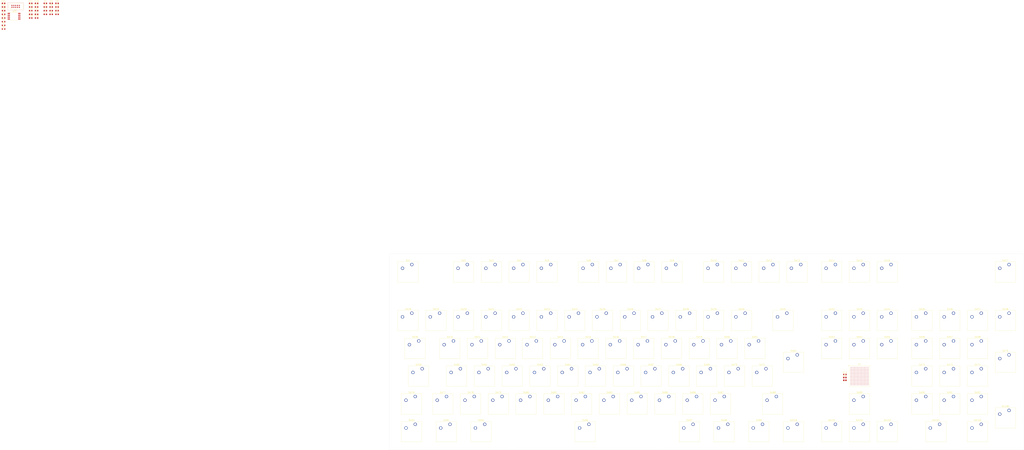
<source format=kicad_pcb>
(kicad_pcb (version 20241229) (generator "pcbnew") (generator_version "9.0")
  (layers (0 "F.Cu" signal) (4 "In1.Cu" signal) (6 "In2.Cu" signal) (2 "B.Cu" signal) (13 "F.Paste" user) (15 "B.Paste" user) (5 "F.SilkS" user "F.Silkscreen") (7 "B.SilkS" user "B.Silkscreen") (1 "F.Mask" user) (3 "B.Mask" user) (25 "Edge.Cuts" user))
  (net 0 "")
  (net 1 "+3V3")
  (net 2 "GND")
  (net 3 "+1V1")
  (net 4 "+2V5")
  (net 5 "/FPGA/FPGA config/FPGA_TMS")
  (net 6 "/FPGA/FPGA config/FPGA_TDI")
  (net 7 "/FPGA/FPGA config/FPGA_TDO")
  (net 11 "/FPGA/FPGA config/FPGA_TCK")
  (net 13 "/FPGA/FPGA config/Flash_~{CS}")
  (net 14 "/FPGA/K.Esc")
  (net 15 "/FPGA/K.F1")
  (net 16 "/FPGA/K.F2")
  (net 17 "/FPGA/K.F3")
  (net 18 "/FPGA/K.F4")
  (net 19 "/FPGA/K.F5")
  (net 20 "/FPGA/K.F6")
  (net 21 "/FPGA/K.F7")
  (net 22 "/FPGA/K.F8")
  (net 23 "/FPGA/K.F9")
  (net 24 "/FPGA/K.F10")
  (net 25 "/FPGA/K.F11")
  (net 26 "/FPGA/K.F12")
  (net 27 "/Keys/K.Print")
  (net 28 "/Keys/K.SLock")
  (net 29 "/FPGA/K.Pause")
  (net 30 "/FPGA/K.Lock")
  (net 31 "/Keys/K.Circ")
  (net 32 "/Keys/K._1")
  (net 33 "/Keys/K._2")
  (net 34 "/Keys/K._3")
  (net 35 "/Keys/K._4")
  (net 36 "/Keys/K._5")
  (net 37 "/Keys/K._6")
  (net 38 "/Keys/K._7")
  (net 39 "/Keys/K._8")
  (net 40 "/Keys/K._9")
  (net 41 "/Keys/K._0")
  (net 42 "/Keys/K.Acute")
  (net 43 "/Keys/K.Bksp")
  (net 44 "/Keys/K.Eszett")
  (net 45 "/Keys/K.Insert")
  (net 46 "/Keys/K.Home")
  (net 47 "/Keys/K.PgUp")
  (net 48 "/Keys/K.Tab")
  (net 49 "/Keys/K.Q")
  (net 50 "/Keys/K.W")
  (net 51 "/Keys/K.E")
  (net 52 "/Keys/K.R")
  (net 53 "/Keys/K.T")
  (net 54 "/Keys/K.Z")
  (net 55 "/Keys/K.U")
  (net 56 "/Keys/K.I")
  (net 57 "/Keys/K.O")
  (net 58 "/Keys/K.P")
  (net 59 "/Keys/K.UE")
  (net 60 "/Keys/K.Plus")
  (net 61 "/Keys/Kp.NLock")
  (net 62 "/Keys/K.Delete")
  (net 63 "/Keys/K.End")
  (net 64 "/Keys/K.PgDn")
  (net 65 "/Keys/Kp.Slash")
  (net 66 "/Keys/Kp.Star")
  (net 67 "/Keys/Kp.Minus")
  (net 68 "/Keys/Kp._7")
  (net 69 "/Keys/Kp._8")
  (net 70 "/Keys/Kp._9")
  (net 71 "/Keys/Kp._1")
  (net 72 "/Keys/Kp._4")
  (net 73 "/Keys/Kp._5")
  (net 74 "/Keys/Kp._6")
  (net 75 "/Keys/Kp.Plus")
  (net 76 "/Keys/Kp._2")
  (net 77 "/Keys/Kp._3")
  (net 78 "/Keys/Kp._0")
  (net 79 "/Keys/K.Comp")
  (net 80 "/Keys/Kp.Dot")
  (net 81 "/Keys/Kp.Rtrn")
  (net 82 "/Keys/K.A")
  (net 83 "/Keys/K.S")
  (net 84 "/Keys/K.D")
  (net 85 "/Keys/K.F")
  (net 86 "/Keys/K.G")
  (net 87 "/Keys/K.H")
  (net 88 "/Keys/K.J")
  (net 89 "/Keys/K.K")
  (net 90 "/Keys/K.L")
  (net 91 "/Keys/K.OE")
  (net 92 "/Keys/K.AE")
  (net 93 "/Keys/K.Hash")
  (net 94 "/Keys/K.LShift")
  (net 95 "/Keys/K.Y")
  (net 96 "/Keys/K.X")
  (net 97 "/Keys/K.C")
  (net 98 "/Keys/K.B")
  (net 99 "/Keys/K.N")
  (net 100 "/Keys/K.M")
  (net 101 "/Keys/K.Comma")
  (net 102 "/Keys/K.Dot")
  (net 103 "/Keys/K.Minus")
  (net 104 "/Keys/K.RShift")
  (net 105 "/Keys/K.Up")
  (net 106 "/Keys/K.Left")
  (net 107 "/Keys/K.Down")
  (net 108 "/Keys/K.Right")
  (net 109 "/Keys/K.LCtrl")
  (net 110 "/Keys/K.LMeta")
  (net 111 "/Keys/K.Alt")
  (net 112 "/Keys/K.Space")
  (net 113 "/Keys/K.AltGr")
  (net 114 "/Keys/K.RMeta")
  (net 115 "/Keys/K.Menu")
  (net 116 "/Keys/K.RCtrl")
  (net 117 "/Keys/K.Rtrn")
  (net 118 "/FPGA/FPGA config/Flash_CLK")
  (net 119 "/FPGA/FPGA config/Flash_IO1")
  (net 120 "/FPGA/FPGA config/Flash_IO2")
  (net 121 "/FPGA/FPGA config/Flash_IO0")
  (net 122 "/FPGA/FPGA config/Flash_IO3")
  (net 123 "/Keys/K.Lt")
  (net 124 "/Keys/K.V")
  (net 135 "/FPGA/FPGA config/FPGA_~{Reset}")
  (net 305 "/FPGA/CLK_48MHz")
  (footprint "Button_Switch_Keyboard:SW_Cherry_MX_1.00u_PCB" (layer "F.Cu") (at 323.29 167.545)
    (property "Reference" "SW30")
    (property "Value" "Akut")
  )
  (footprint "Button_Switch_Keyboard:SW_Cherry_MX_2.00u_PCB" (layer "F.Cu") (at 456.29 243.545)
    (property "Reference" "SW104")
    (property "Value" "0")
  )
  (footprint "Capacitor_SMD:C_0603_1608Metric" (layer "F.Cu") (at -165.37 -41.87)
    (property "Reference" "C15")
    (property "Value" "1µF")
  )
  (footprint "Capacitor_SMD:C_0603_1608Metric" (layer "F.Cu") (at -183.93 -39.36)
    (property "Reference" "C26")
    (property "Value" "1µF")
  )
  (footprint "Button_Switch_Keyboard:SW_Cherry_MX_1.00u_PCB" (layer "F.Cu") (at 404.04 186.545)
    (property "Reference" "SW54")
    (property "Value" "Ende")
  )
  (footprint "Button_Switch_Keyboard:SW_Cherry_MX_1.25u_PCB" (layer "F.Cu") (at 145.165 243.545)
    (property "Reference" "SW95")
    (property "Value" "Alt")
  )
  (footprint "Button_Switch_Keyboard:SW_Cherry_MX_1.00u_PCB" (layer "F.Cu") (at 266.29 167.545)
    (property "Reference" "SW27")
    (property "Value" "9")
  )
  (footprint "Button_Switch_Keyboard:SW_Cherry_MX_1.00u_PCB" (layer "F.Cu") (at 261.54 205.545)
    (property "Reference" "SW67")
    (property "Value" "K")
  )
  (footprint "Button_Switch_Keyboard:SW_Cherry_MX_1.00u_PCB" (layer "F.Cu") (at 204.54 205.545)
    (property "Reference" "SW64")
    (property "Value" "G")
  )
  (footprint "Button_Switch_Keyboard:SW_Cherry_MX_1.00u_PCB" (layer "F.Cu") (at 157.04 224.545)
    (property "Reference" "SW79")
    (property "Value" "X")
  )
  (footprint "Button_Switch_Keyboard:SW_Cherry_MX_1.00u_PCB" (layer "F.Cu") (at 95.29 134.295)
    (property "Reference" "SW1")
    (property "Value" "Esc")
  )
  (footprint "Button_Switch_Keyboard:SW_Cherry_MX_1.00u_PCB" (layer "F.Cu") (at 446.79 167.545)
    (property "Reference" "SW35")
    (property "Value" "NumLock")
  )
  (footprint "Button_Switch_Keyboard:SW_Cherry_MX_1.00u_PCB" (layer "F.Cu") (at 275.46 186.545)
    (property "Reference" "SW48")
    (property "Value" "O")
  )
  (footprint "Button_Switch_Keyboard:SW_Cherry_MX_1.00u_PCB" (layer "F.Cu") (at 119.04 224.545)
    (property "Reference" "SW77")
    (property "Value" "<")
  )
  (footprint "Capacitor_SMD:C_0603_1608Metric" (layer "F.Cu") (at -161.36 -44.38)
    (property "Reference" "C19")
    (property "Value" "1µF")
  )
  (footprint "Button_Switch_Keyboard:SW_Cherry_MX_1.00u_PCB" (layer "F.Cu") (at 95.29 167.545)
    (property "Reference" "SW18")
    (property "Value" "Zirkumflex")
  )
  (footprint "Button_Switch_Keyboard:SW_Cherry_MX_1.00u_PCB" (layer "F.Cu") (at 185.54 205.545)
    (property "Reference" "SW63")
    (property "Value" "F")
  )
  (footprint "Button_Switch_Keyboard:SW_Cherry_MX_1.00u_PCB" (layer "F.Cu") (at 195.04 224.545)
    (property "Reference" "SW81")
    (property "Value" "V")
  )
  (footprint "Capacitor_SMD:C_0603_1608Metric" (layer "F.Cu") (at -147.33 -39.36)
    (property "Reference" "C11")
    (property "Value" "1µF")
  )
  (footprint "Button_Switch_Keyboard:SW_Cherry_MX_1.50u_PCB" (layer "F.Cu") (at 100.04 186.545)
    (property "Reference" "SW39")
    (property "Value" "Tab")
  )
  (footprint "Button_Switch_Keyboard:SW_Cherry_MX_1.00u_PCB" (layer "F.Cu") (at 423.04 243.545)
    (property "Reference" "SW103")
    (property "Value" "→")
  )
  (footprint "Button_Switch_Keyboard:SW_Cherry_MX_1.00u_PCB" (layer "F.Cu") (at 361.29 134.295)
    (property "Reference" "SW13")
    (property "Value" "F12")
  )
  (footprint "Capacitor_SMD:C_0603_1608Metric" (layer "F.Cu") (at -183.93 -41.87)
    (property "Reference" "C25")
    (property "Value" "1µF")
  )
  (footprint "Button_Switch_Keyboard:SW_Cherry_MX_1.00u_PCB" (layer "F.Cu") (at 218.79 134.295)
    (property "Reference" "SW6")
    (property "Value" "F5")
  )
  (footprint "Button_Switch_Keyboard:SW_Cherry_MX_1.00u_PCB" (layer "F.Cu") (at 161.79 186.545)
    (property "Reference" "SW42")
    (property "Value" "E")
  )
  (footprint "Button_Switch_Keyboard:SW_Cherry_MX_1.00u_PCB" (layer "F.Cu") (at 332.46 186.545)
    (property "Reference" "SW51")
    (property "Value" "Plus")
  )
  (footprint "Button_Switch_Keyboard:SW_Cherry_MX_1.00u_PCB" (layer "F.Cu") (at 133.29 134.295)
    (property "Reference" "SW2")
    (property "Value" "F1")
  )
  (footprint "Capacitor_SMD:C_0603_1608Metric" (layer "F.Cu") (at -161.36 -36.85)
    (property "Reference" "C22")
    (property "Value" "1µF")
  )
  (footprint "Button_Switch_Keyboard:SW_Cherry_MX_1.00u_PCB" (layer "F.Cu") (at 318.54 205.545)
    (property "Reference" "SW70")
    (property "Value" "Ä")
  )
  (footprint "Button_Switch_Keyboard:SW_Cherry_MX_1.00u_PCB" (layer "F.Cu") (at 171.29 167.545)
    (property "Reference" "SW22")
    (property "Value" "4")
  )
  (footprint "Button_Switch_Keyboard:SW_Cherry_MX_1.00u_PCB" (layer "F.Cu") (at 252.04 224.545)
    (property "Reference" "SW84")
    (property "Value" "M")
  )
  (footprint "Button_Switch_Keyboard:SW_Cherry_MX_1.00u_PCB" (layer "F.Cu") (at 342.29 134.295)
    (property "Reference" "SW12")
    (property "Value" "F11")
  )
  (footprint "Capacitor_SMD:C_0603_1608Metric" (layer "F.Cu") (at -147.33 -36.85)
    (property "Reference" "C12")
    (property "Value" "100nF")
  )
  (footprint "Connector:Tag-Connect_TC2050-IDC-NL_2x05_P1.27mm_Vertical_with_bottom_clip" (layer "F.Cu") (at -175.65 -42.32)
    (property "Reference" "J1")
    (property "Value" "TC2050")
  )
  (footprint "Button_Switch_Keyboard:SW_Cherry_MX_1.25u_PCB" (layer "F.Cu") (at 121.415 243.545)
    (property "Reference" "SW94")
    (property "Value" "Meta")
  )
  (footprint "Button_Switch_Keyboard:SW_Cherry_MX_1.00u_PCB" (layer "F.Cu") (at 275.79 134.295)
    (property "Reference" "SW9")
    (property "Value" "F8")
  )
  (footprint "Resistor_SMD:R_0603_1608Metric" (layer "F.Cu") (at -183.93 -34.34)
    (property "Reference" "R2")
    (property "Value" "10k")
  )
  (footprint "Button_Switch_Keyboard:SW_Cherry_MX_1.00u_PCB" (layer "F.Cu") (at 304.29 167.545)
    (property "Reference" "SW29")
    (property "Value" "Eszett")
  )
  (footprint "Package_BGA:BGA-256_14.0x14.0mm_Layout16x16_P0.8mm_Ball0.45mm_Pad0.32mm_NSMD" (layer "F.Cu") (at 401.5 210.625)
    (property "Reference" "U1")
    (property "Value" "LFE5U-25F-6BG256x")
  )
  (footprint "Button_Switch_Keyboard:SW_Cherry_MX_1.00u_PCB" (layer "F.Cu") (at 294.46 186.545)
    (property "Reference" "SW49")
    (property "Value" "P")
  )
  (footprint "Button_Switch_Keyboard:SW_Cherry_MX_1.00u_PCB" (layer "F.Cu") (at 423.04 186.545)
    (property "Reference" "SW55")
    (property "Value" "Bild↓")
  )
  (footprint "Capacitor_SMD:C_0603_1608Metric" (layer "F.Cu") (at -155.35 -44.38)
    (property "Reference" "C1")
    (property "Value" "1µF")
  )
  (footprint "Button_Switch_Keyboard:SW_Cherry_MX_1.00u_PCB" (layer "F.Cu") (at 404.04 167.545)
    (property "Reference" "SW33")
    (property "Value" "Pos1")
  )
  (footprint "Button_Switch_Keyboard:SW_Cherry_MX_1.00u_PCB" (layer "F.Cu") (at 503.79 134.295)
    (property "Reference" "SW17")
    (property "Value" "Sperren")
  )
  (footprint "Button_Switch_Keyboard:SW_Cherry_MX_1.00u_PCB" (layer "F.Cu") (at 228.29 167.545)
    (property "Reference" "SW25")
    (property "Value" "7")
  )
  (footprint "Button_Switch_Keyboard:SW_Cherry_MX_1.00u_PCB" (layer "F.Cu") (at 484.79 205.545)
    (property "Reference" "SW74")
    (property "Value" "6")
  )
  (footprint "Button_Switch_Keyboard:SW_Cherry_MX_1.00u_PCB" (layer "F.Cu") (at 152.29 167.545)
    (property "Reference" "SW21")
    (property "Value" "3")
  )
  (footprint "Capacitor_SMD:C_0603_1608Metric" (layer "F.Cu") (at -165.37 -39.36)
    (property "Reference" "C16")
    (property "Value" "100nF")
  )
  (footprint "Button_Switch_Keyboard:SW_Cherry_MX_1.00u_PCB" (layer "F.Cu") (at 309.04 224.545)
    (property "Reference" "SW87")
    (property "Value" "Minus")
  )
  (footprint "Button_Switch_Keyboard:SW_Cherry_MX_1.00u_PCB" (layer "F.Cu") (at 142.79 186.545)
    (property "Reference" "SW41")
    (property "Value" "W")
  )
  (footprint "Button_Switch_Keyboard:SW_Cherry_MX_1.00u_PCB" (layer "F.Cu") (at 147.54 205.545)
    (property "Reference" "SW61")
    (property "Value" "S")
  )
  (footprint "Button_Switch_Keyboard:SW_Cherry_MX_1.00u_PCB" (layer "F.Cu") (at 256.46 186.545)
    (property "Reference" "SW47")
    (property "Value" "I")
  )
  (footprint "Button_Switch_Keyboard:SW_Cherry_MX_1.00u_PCB" (layer "F.Cu") (at 465.79 167.545)
    (property "Reference" "SW36")
    (property "Value" "Schrägstrich")
  )
  (footprint "Capacitor_SMD:C_0603_1608Metric" (layer "F.Cu") (at -155.35 -36.85)
    (property "Reference" "C4")
    (property "Value" "100nF")
  )
  (footprint "Button_Switch_Keyboard:SW_Cherry_MX_1.00u_PCB" (layer "F.Cu") (at 484.79 167.545)
    (property "Reference" "SW37")
    (property "Value" "Sternchen")
  )
  (footprint "Button_Switch_Keyboard:SW_Cherry_MX_1.00u_PCB" (layer "F.Cu") (at 271.04 224.545)
    (property "Reference" "SW85")
    (property "Value" "Komma")
  )
  (footprint "Button_Switch_Keyboard:SW_Cherry_MX_1.00u_PCB" (layer "F.Cu") (at 180.46 186.545)
    (property "Reference" "SW43")
    (property "Value" "R")
  )
  (footprint "Button_Switch_Keyboard:SW_Cherry_MX_1.00u_PCB" (layer "F.Cu") (at 123.79 186.545)
    (property "Reference" "SW40")
    (property "Value" "Q")
  )
  (footprint "Button_Switch_Keyboard:SW_Cherry_MX_1.00u_PCB" (layer "F.Cu") (at 323.29 134.295)
    (property "Reference" "SW11")
    (property "Value" "F10")
  )
  (footprint "Button_Switch_Keyboard:SW_Cherry_MX_2.00u_Vertical_PCB" (layer "F.Cu") (at 503.79 234.045)
    (property "Reference" "SW106")
    (property "Value" "Eingabe")
  )
  (footprint "Button_Switch_Keyboard:SW_Cherry_MX_1.00u_PCB" (layer "F.Cu") (at 484.79 243.545)
    (property "Reference" "SW105")
    (property "Value" "Komma")
  )
  (footprint "Button_Switch_Keyboard:SW_Cherry_MX_1.00u_PCB" (layer "F.Cu") (at 404.04 134.295)
    (property "Reference" "SW15")
    (property "Value" "Rollen")
  )
  (footprint "Button_Switch_Keyboard:SW_Cherry_MX_ISOEnter_PCB" (layer "F.Cu") (at 358.915 196.045)
    (property "Reference" "SW52")
    (property "Value" "Eingabe")
  )
  (footprint "Button_Switch_Keyboard:SW_Cherry_MX_1.25u_PCB" (layer "F.Cu") (at 358.915 243.545)
    (property "Reference" "SW100")
    (property "Value" "Steuerung")
  )
  (footprint "Capacitor_SMD:C_0603_1608Metric" (layer "F.Cu") (at -151.34 -44.38)
    (property "Reference" "C5")
    (property "Value" "1µF")
  )
  (footprint "Button_Switch_Keyboard:SW_Cherry_MX_1.00u_PCB" (layer "F.Cu") (at 465.79 205.545)
    (property "Reference" "SW73")
    (property "Value" "5")
  )
  (footprint "Capacitor_SMD:C_0603_1608Metric" (layer "F.Cu") (at -161.36 -39.36)
    (property "Reference" "C21")
    (property "Value" "100nF")
  )
  (footprint "Button_Switch_Keyboard:SW_Cherry_MX_1.00u_PCB" (layer "F.Cu") (at 176.04 224.545)
    (property "Reference" "SW80")
    (property "Value" "C")
  )
  (footprint "Button_Switch_Keyboard:SW_Cherry_MX_2.75u_PCB" (layer "F.Cu") (at 344.665 224.545)
    (property "Reference" "SW88")
    (property "Value" "Umschalt")
  )
  (footprint "Button_Switch_Keyboard:SW_Cherry_MX_1.00u_PCB" (layer "F.Cu") (at 465.79 224.545)
    (property "Reference" "SW91")
    (property "Value" "2")
  )
  (footprint "Button_Switch_Keyboard:SW_Cherry_MX_1.00u_PCB" (layer "F.Cu") (at 404.04 224.545)
    (property "Reference" "SW89")
    (property "Value" "↑")
  )
  (footprint "Button_Switch_Keyboard:SW_Cherry_MX_1.00u_PCB" (layer "F.Cu") (at 446.79 224.545)
    (property "Reference" "SW90")
    (property "Value" "1")
  )
  (footprint "Button_Switch_Keyboard:SW_Cherry_MX_1.00u_PCB" (layer "F.Cu") (at 285.29 167.545)
    (property "Reference" "SW28")
    (property "Value" "0")
  )
  (footprint "Button_Switch_Keyboard:SW_Cherry_MX_1.25u_PCB" (layer "F.Cu") (at 287.665 243.545)
    (property "Reference" "SW97")
    (property "Value" "AltGr")
  )
  (footprint "Button_Switch_Keyboard:SW_Cherry_MX_1.00u_PCB" (layer "F.Cu") (at 223.54 205.545)
    (property "Reference" "SW65")
    (property "Value" "H")
  )
  (footprint "Capacitor_SMD:C_0603_1608Metric" (layer "F.Cu") (at -183.93 -44.38)
    (property "Reference" "C24")
    (property "Value" "100nF")
  )
  (footprint "Resistor_SMD:R_0603_1608Metric" (layer "F.Cu") (at -183.93 -29.32)
    (property "Reference" "R4")
    (property "Value" "10k")
  )
  (footprint "Capacitor_SMD:C_0603_1608Metric" (layer "F.Cu") (at -155.35 -39.36)
    (property "Reference" "C3")
    (property "Value" "1µF")
  )
  (footprint "Button_Switch_Keyboard:SW_Cherry_MX_1.00u_PCB" (layer "F.Cu") (at 423.04 134.295)
    (property "Reference" "SW16")
    (property "Value" "Pause")
  )
  (footprint "Button_Switch_Keyboard:SW_Cherry_MX_1.00u_PCB" (layer "F.Cu") (at 237.79 134.295)
    (property "Reference" "SW7")
    (property "Value" "F6")
  )
  (footprint "Button_Switch_Keyboard:SW_Cherry_MX_1.00u_PCB" (layer "F.Cu") (at 190.29 167.545)
    (property "Reference" "SW23")
    (property "Value" "5")
  )
  (footprint "Button_Switch_Keyboard:SW_Cherry_MX_1.00u_PCB" (layer "F.Cu") (at 190.29 134.295)
    (property "Reference" "SW5")
    (property "Value" "F4")
  )
  (footprint "Button_Switch_Keyboard:SW_Cherry_MX_1.00u_PCB" (layer "F.Cu") (at 304.29 134.295)
    (property "Reference" "SW10")
    (property "Value" "F9")
  )
  (footprint "Button_Switch_Keyboard:SW_Cherry_MX_1.00u_PCB" (layer "F.Cu") (at 233.04 224.545)
    (property "Reference" "SW83")
    (property "Value" "N")
  )
  (footprint "Button_Switch_Keyboard:SW_Cherry_MX_1.25u_PCB" (layer "F.Cu") (at 335.165 243.545)
    (property "Reference" "SW99")
    (property "Value" "Menü")
  )
  (footprint "Capacitor_SMD:C_0603_1608Metric" (layer "F.Cu") (at -147.33 -44.38)
    (property "Reference" "C9")
    (property "Value" "1µF")
  )
  (footprint "Capacitor_SMD:C_0603_1608Metric" (layer "F.Cu") (at -165.37 -44.38)
    (property "Reference" "C14")
    (property "Value" "1µF")
  )
  (footprint "Button_Switch_Keyboard:SW_Cherry_MX_1.00u_PCB" (layer "F.Cu") (at 199.46 186.545)
    (property "Reference" "SW44")
    (property "Value" "T")
  )
  (footprint "Capacitor_SMD:C_0603_1608Metric" (layer "F.Cu") (at -151.34 -41.87)
    (property "Reference" "C6")
    (property "Value" "100nF")
  )
  (footprint "Resistor_SMD:R_0603_1608Metric" (layer "F.Cu") (at -183.93 -31.83)
    (property "Reference" "R3")
    (property "Value" "10k")
  )
  (footprint "Button_Switch_Keyboard:SW_Cherry_MX_2.00u_PCB" (layer "F.Cu") (at 351.79 167.545)
    (property "Reference" "SW31")
    (property "Value" "Rücktaste")
  )
  (footprint "Button_Switch_Keyboard:SW_Cherry_MX_1.25u_PCB" (layer "F.Cu") (at 97.665 243.545)
    (property "Reference" "SW93")
    (property "Value" "Steuerung")
  )
  (footprint "Button_Switch_Keyboard:SW_Cherry_MX_1.00u_PCB" (layer "F.Cu") (at 256.79 134.295)
    (property "Reference" "SW8")
    (property "Value" "F7")
  )
  (footprint "Button_Switch_Keyboard:SW_Cherry_MX_1.00u_PCB" (layer "F.Cu") (at 114.29 167.545)
    (property "Reference" "SW19")
    (property "Value" "1")
  )
  (footprint "Capacitor_SMD:C_0603_1608Metric" (layer "F.Cu") (at -165.37 -36.85)
    (property "Reference" "C17")
    (property "Value" "1µF")
  )
  (footprint "Button_Switch_Keyboard:SW_Cherry_MX_1.00u_PCB" (layer "F.Cu") (at 242.54 205.545)
    (property "Reference" "SW66")
    (property "Value" "J")
  )
  (footprint "Button_Switch_Keyboard:SW_Cherry_MX_1.00u_PCB" (layer "F.Cu") (at 423.04 167.545)
    (property "Reference" "SW34")
    (property "Value" "Bild↑")
  )
  (footprint "Capacitor_SMD:C_0603_1608Metric" (layer "F.Cu") (at -147.33 -41.87)
    (property "Reference" "C10")
    (property "Value" "100nF")
  )
  (footprint "Button_Switch_Keyboard:SW_Cherry_MX_1.00u_PCB" (layer "F.Cu") (at 214.04 224.545)
    (property "Reference" "SW82")
    (property "Value" "B")
  )
  (footprint "Button_Switch_Keyboard:SW_Cherry_MX_1.00u_PCB" (layer "F.Cu") (at 218.46 186.545)
    (property "Reference" "SW45")
    (property "Value" "Z")
  )
  (footprint "Button_Switch_Keyboard:SW_Cherry_MX_1.00u_PCB" (layer "F.Cu") (at 337.54 205.545)
    (property "Reference" "SW71")
    (property "Value" "Raute")
  )
  (footprint "Button_Switch_Keyboard:SW_Cherry_MX_1.00u_PCB" (layer "F.Cu") (at 484.79 224.545)
    (property "Reference" "SW92")
    (property "Value" "3")
  )
  (footprint "Button_Switch_Keyboard:SW_Cherry_MX_1.00u_PCB" (layer "F.Cu") (at 465.79 186.545)
    (property "Reference" "SW57")
    (property "Value" "8")
  )
  (footprint "Button_Switch_Keyboard:SW_Cherry_MX_1.00u_PCB" (layer "F.Cu") (at 166.54 205.545)
    (property "Reference" "SW62")
    (property "Value" "D")
  )
  (footprint "Button_Switch_Keyboard:SW_Cherry_MX_1.00u_PCB" (layer "F.Cu") (at 171.29 134.295)
    (property "Reference" "SW4")
    (property "Value" "F3")
  )
  (footprint "Capacitor_SMD:C_0603_1608Metric" (layer "F.Cu") (at -151.34 -39.36)
    (property "Reference" "C7")
    (property "Value" "1µF")
  )
  (footprint "Button_Switch_Keyboard:SW_Cherry_MX_1.00u_PCB" (layer "F.Cu") (at 503.79 167.545)
    (property "Reference" "SW38")
    (property "Value" "Minus")
  )
  (footprint "Button_Switch_Keyboard:SW_Cherry_MX_1.00u_PCB" (layer "F.Cu") (at 128.54 205.545)
    (property "Reference" "SW60")
    (property "Value" "A")
  )
  (footprint "Button_Switch_Keyboard:SW_Cherry_MX_1.25u_PCB" (layer "F.Cu") (at 97.665 224.545)
    (property "Reference" "SW76")
    (property "Value" "Umschalt")
  )
  (footprint "Capacitor_SMD:C_0603_1608Metric" (layer "F.Cu") (at -165.37 -34.34)
    (property "Reference" "C18")
    (property "Value" "100nF")
  )
  (footprint "Button_Switch_Keyboard:SW_Cherry_MX_1.00u_PCB" (layer "F.Cu") (at 404.04 243.545)
    (property "Reference" "SW102")
    (property "Value" "↓")
  )
  (footprint "Oscillator:Oscillator_SMD_Kyocera_KC2520Z-4Pin_2.5x2.0mm" (layer "F.Cu") (at 391.5 212.5)
    (property "Reference" "Y1")
    (property "Value" "KC2520Z")
  )
  (footprint "Button_Switch_Keyboard:SW_Cherry_MX_1.00u_PCB" (layer "F.Cu") (at 484.79 186.545)
    (property "Reference" "SW58")
    (property "Value" "9")
  )
  (footprint "Button_Switch_Keyboard:SW_Cherry_MX_1.00u_PCB" (layer "F.Cu") (at 247.29 167.545)
    (property "Reference" "SW26")
    (property "Value" "8")
  )
  (footprint "Button_Switch_Keyboard:SW_Cherry_MX_1.00u_PCB" (layer "F.Cu") (at 152.29 134.295)
    (property "Reference" "SW3")
    (property "Value" "F2")
  )
  (footprint "Button_Switch_Keyboard:SW_Cherry_MX_6.25u_PCB" (layer "F.Cu") (at 216.415 243.545)
    (property "Reference" "SW96")
    (property "Value" "Leertaste")
  )
  (footprint "Button_Switch_Keyboard:SW_Cherry_MX_1.00u_PCB" (layer "F.Cu") (at 313.46 186.545)
    (property "Reference" "SW50")
    (property "Value" "Ü")
  )
  (footprint "Button_Switch_Keyboard:SW_Cherry_MX_1.00u_PCB" (layer "F.Cu") (at 133.29 167.545)
    (property "Reference" "SW20")
    (property "Value" "2")
  )
  (footprint "Capacitor_SMD:C_0603_1608Metric" (layer "F.Cu") (at -151.34 -36.85)
    (property "Reference" "C8")
    (property "Value" "100nF")
  )
  (footprint "Capacitor_SMD:C_0603_1608Metric" (layer "F.Cu") (at -161.36 -34.34)
    (property "Reference" "C23")
    (property "Value" "100nF")
  )
  (footprint "Button_Switch_Keyboard:SW_Cherry_MX_1.00u_PCB" (layer "F.Cu") (at 237.46 186.545)
    (property "Reference" "SW46")
    (property "Value" "U")
  )
  (footprint "Capacitor_SMD:C_0603_1608Metric" (layer "F.Cu") (at 391.5 209.5)
    (property "Reference" "C13")
    (property "Value" "1µF")
  )
  (footprint "Resistor_SMD:R_0603_1608Metric" (layer "F.Cu") (at -183.93 -36.85)
    (property "Reference" "R1")
    (property "Value" "10k")
  )
  (footprint "Button_Switch_Keyboard:SW_Cherry_MX_1.00u_PCB" (layer "F.Cu") (at 385.04 167.545)
    (property "Reference" "SW32")
    (property "Value" "Einfügen")
  )
  (footprint "Button_Switch_Keyboard:SW_Cherry_MX_1.00u_PCB" (layer "F.Cu") (at 385.04 186.545)
    (property "Reference" "SW53")
    (property "Value" "Entfernen")
  )
  (footprint "Button_Switch_Keyboard:SW_Cherry_MX_1.00u_PCB" (layer "F.Cu") (at 385.04 243.545)
    (property "Reference" "SW101")
    (property "Value" "←")
  )
  (footprint "Button_Switch_Keyboard:SW_Cherry_MX_1.00u_PCB" (layer "F.Cu") (at 209.29 167.545)
    (property "Reference" "SW24")
    (property "Value" "6")
  )
  (footprint "Capacitor_SMD:C_0603_1608Metric" (layer "F.Cu") (at -161.36 -41.87)
    (property "Reference" "C20")
    (property "Value" "1µF")
  )
  (footprint "Button_Switch_Keyboard:SW_Cherry_MX_1.00u_PCB" (layer "F.Cu") (at 280.54 205.545)
    (property "Reference" "SW68")
    (property "Value" "L")
  )
  (footprint "Button_Switch_Keyboard:SW_Cherry_MX_1.25u_PCB" (layer "F.Cu") (at 311.415 243.545)
    (property "Reference" "SW98")
    (property "Value" "Meta")
  )
  (footprint "Button_Switch_Keyboard:SW_Cherry_MX_1.00u_PCB" (layer "F.Cu") (at 290.04 224.545)
    (property "Reference" "SW86")
    (property "Value" "Punkt")
  )
  (footprint "Capacitor_SMD:C_0603_1608Metric" (layer "F.Cu") (at -155.35 -41.87)
    (property "Reference" "C2")
    (property "Value" "100nF")
  )
  (footprint "Button_Switch_Keyboard:SW_Cherry_MX_1.00u_PCB" (layer "F.Cu") (at 446.79 186.545)
    (property "Reference" "SW56")
    (property "Value" "7")
  )
  (footprint "Resistor_SMD:R_0603_1608Metric" (layer "F.Cu") (at -183.93 -26.81)
    (property "Reference" "R5")
    (property "Value" "1k")
  )
  (footprint "Button_Switch_Keyboard:SW_Cherry_MX_2.00u_Vertical_PCB" (layer "F.Cu") (at 503.79 196.045)
    (property "Reference" "SW75")
    (property "Value" "Plus")
  )
  (footprint "Button_Switch_Keyboard:SW_Cherry_MX_1.75u_PCB" (layer "F.Cu") (at 102.415 205.545)
    (property "Reference" "SW59")
    (property "Value" "Compose")
  )
  (footprint "Package_SO:SOIC-8_5.3x5.3mm_P1.27mm" (layer "F.Cu") (at -176.75 -35.58)
    (property "Reference" "U2")
    (property "Value" "W25Q128JVS")
  )
  (footprint "Button_Switch_Keyboard:SW_Cherry_MX_1.00u_PCB" (layer "F.Cu") (at 138.04 224.545)
    (property "Reference" "SW78")
    (property "Value" "Y")
  )
  (footprint "Button_Switch_Keyboard:SW_Cherry_MX_1.00u_PCB" (layer "F.Cu") (at 385.04 134.295)
    (property "Reference" "SW14")
    (property "Value" "Druck")
  )
  (footprint "Button_Switch_Keyboard:SW_Cherry_MX_1.00u_PCB" (layer "F.Cu") (at 299.54 205.545)
    (property "Reference" "SW69")
    (property "Value" "Ö")
  )
  (footprint "Button_Switch_Keyboard:SW_Cherry_MX_1.00u_PCB" (layer "F.Cu") (at 446.79 205.545)
    (property "Reference" "SW72")
    (property "Value" "4")
  )
  (gr_line (start 514 127) (end 514 261) (stroke (width 0.05)) (layer "Edge.Cuts"))
  (gr_line (start 514 261) (end 80 261) (stroke (width 0.05)) (layer "Edge.Cuts"))
  (gr_line (start 80 261) (end 80 127) (stroke (width 0.05)) (layer "Edge.Cuts"))
  (gr_line (start 80 127) (end 514 127) (stroke (width 0.05)) (layer "Edge.Cuts"))
)
</source>
